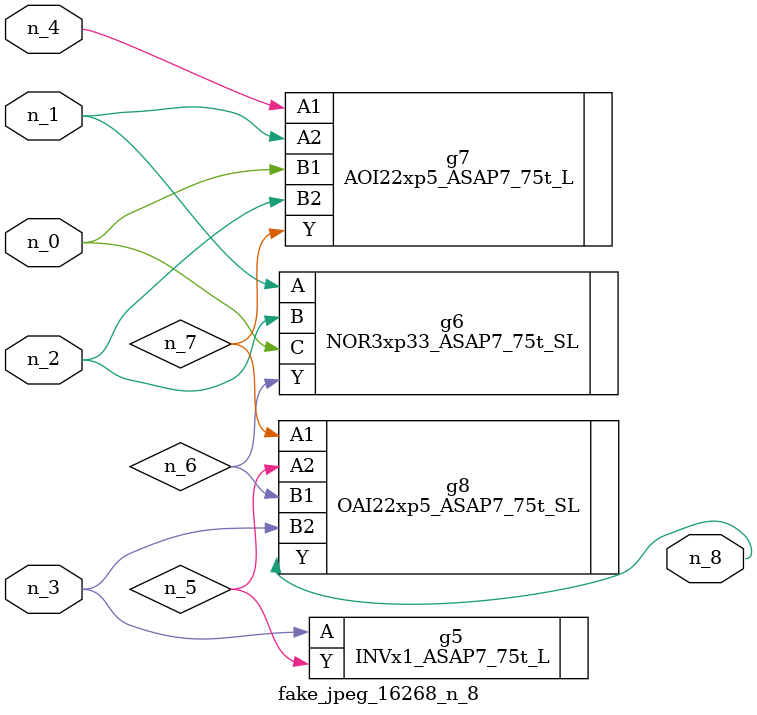
<source format=v>
module fake_jpeg_16268_n_8 (n_3, n_2, n_1, n_0, n_4, n_8);

input n_3;
input n_2;
input n_1;
input n_0;
input n_4;

output n_8;

wire n_6;
wire n_5;
wire n_7;

INVx1_ASAP7_75t_L g5 ( 
.A(n_3),
.Y(n_5)
);

NOR3xp33_ASAP7_75t_SL g6 ( 
.A(n_1),
.B(n_2),
.C(n_0),
.Y(n_6)
);

AOI22xp5_ASAP7_75t_L g7 ( 
.A1(n_4),
.A2(n_1),
.B1(n_0),
.B2(n_2),
.Y(n_7)
);

OAI22xp5_ASAP7_75t_SL g8 ( 
.A1(n_7),
.A2(n_5),
.B1(n_6),
.B2(n_3),
.Y(n_8)
);


endmodule
</source>
